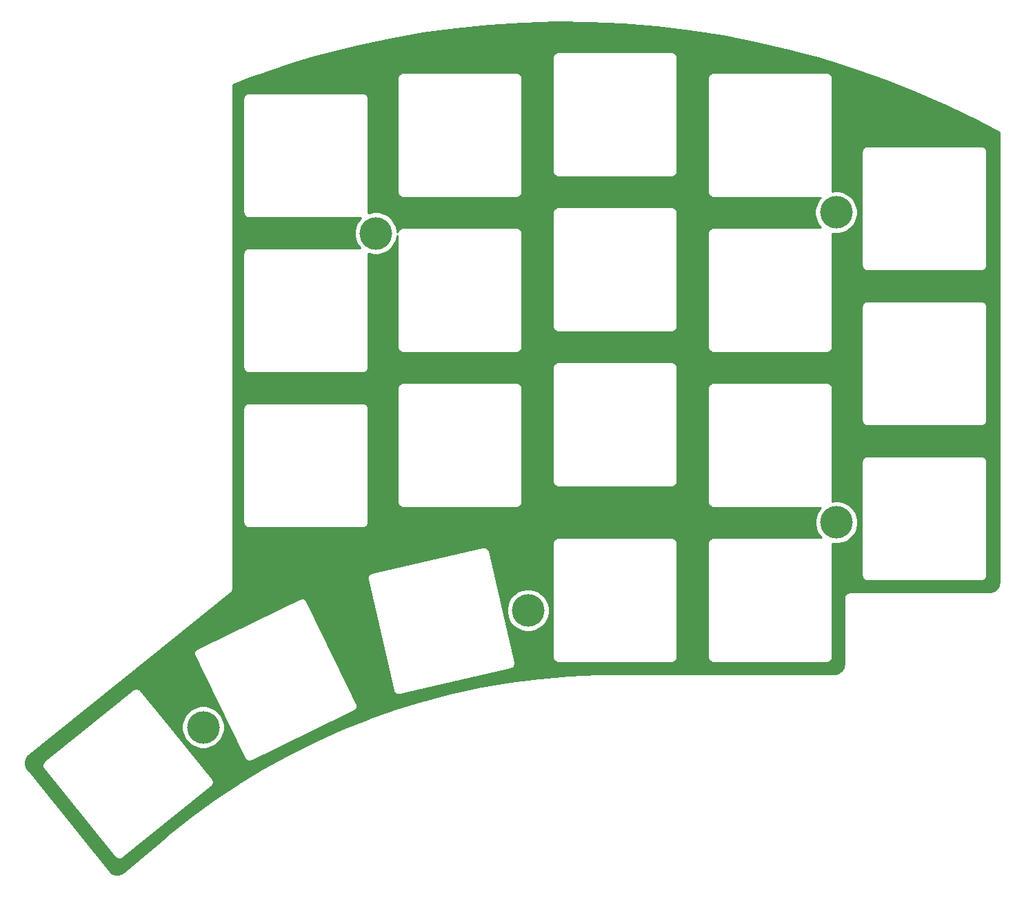
<source format=gbl>
G04 #@! TF.GenerationSoftware,KiCad,Pcbnew,5.1.8*
G04 #@! TF.CreationDate,2020-12-01T11:37:34+01:00*
G04 #@! TF.ProjectId,puggle-plate-top,70756767-6c65-42d7-906c-6174652d746f,rev?*
G04 #@! TF.SameCoordinates,Original*
G04 #@! TF.FileFunction,Copper,L2,Bot*
G04 #@! TF.FilePolarity,Positive*
%FSLAX46Y46*%
G04 Gerber Fmt 4.6, Leading zero omitted, Abs format (unit mm)*
G04 Created by KiCad (PCBNEW 5.1.8) date 2020-12-01 11:37:34*
%MOMM*%
%LPD*%
G01*
G04 APERTURE LIST*
G04 #@! TA.AperFunction,ComponentPad*
%ADD10C,4.000000*%
G04 #@! TD*
G04 #@! TA.AperFunction,NonConductor*
%ADD11C,0.254000*%
G04 #@! TD*
G04 #@! TA.AperFunction,NonConductor*
%ADD12C,0.100000*%
G04 #@! TD*
G04 APERTURE END LIST*
D10*
X147835997Y-105917220D03*
X107950000Y-120284240D03*
X185707280Y-95123000D03*
X185674000Y-57023000D03*
X129146562Y-59578774D03*
D11*
X155386403Y-33685626D02*
X159493263Y-33874634D01*
X163590472Y-34214009D01*
X167672482Y-34703291D01*
X171733814Y-35341824D01*
X175769020Y-36128750D01*
X179772667Y-37063009D01*
X183739423Y-38143358D01*
X187663908Y-39368333D01*
X191540885Y-40736299D01*
X195365092Y-42245396D01*
X199131472Y-43893630D01*
X202835607Y-45679101D01*
X205665001Y-47165077D01*
X205665000Y-102454271D01*
X205638901Y-102720449D01*
X205571684Y-102943084D01*
X205462506Y-103148417D01*
X205315522Y-103328637D01*
X205136333Y-103476876D01*
X204931761Y-103587488D01*
X204709606Y-103656257D01*
X204445655Y-103684000D01*
X187359877Y-103684000D01*
X187325000Y-103680565D01*
X187290123Y-103684000D01*
X187185816Y-103694273D01*
X187051980Y-103734872D01*
X186928637Y-103800800D01*
X186820525Y-103889525D01*
X186731800Y-103997637D01*
X186665872Y-104120980D01*
X186625273Y-104254816D01*
X186611565Y-104394000D01*
X186615001Y-104428887D01*
X186615000Y-112487271D01*
X186588901Y-112753449D01*
X186521684Y-112976084D01*
X186412506Y-113181417D01*
X186265522Y-113361637D01*
X186086333Y-113509876D01*
X185881761Y-113620488D01*
X185659606Y-113689257D01*
X185395655Y-113717000D01*
X156937123Y-113717000D01*
X156929824Y-113717719D01*
X156452785Y-113727556D01*
X156444328Y-113727908D01*
X156435825Y-113728108D01*
X152865016Y-113887186D01*
X152835341Y-113889131D01*
X149274326Y-114197599D01*
X149244758Y-114200785D01*
X145699785Y-114658102D01*
X145670377Y-114662524D01*
X142147663Y-115267888D01*
X142118466Y-115273537D01*
X138624192Y-116025886D01*
X138595257Y-116032753D01*
X138595245Y-116032756D01*
X135135554Y-116930766D01*
X135106932Y-116938839D01*
X131687867Y-117980943D01*
X131659608Y-117990207D01*
X131659593Y-117990213D01*
X128287183Y-119174572D01*
X128259337Y-119185011D01*
X124939464Y-120509560D01*
X124912079Y-120521156D01*
X121650587Y-121983564D01*
X121623712Y-121996297D01*
X121623693Y-121996307D01*
X118426318Y-123594000D01*
X118400000Y-123607847D01*
X118399980Y-123607859D01*
X115272316Y-125338042D01*
X115246601Y-125352979D01*
X115246580Y-125352992D01*
X112194114Y-127212630D01*
X112169047Y-127228630D01*
X109197111Y-129214474D01*
X109172736Y-129231510D01*
X106286566Y-131340064D01*
X106276334Y-131347874D01*
X106262926Y-131358106D01*
X103486274Y-133570777D01*
X103477266Y-133577013D01*
X98251070Y-138011930D01*
X98021917Y-138200158D01*
X97816958Y-138310056D01*
X97594566Y-138378048D01*
X97363200Y-138401550D01*
X97131669Y-138379663D01*
X96908806Y-138313225D01*
X96703090Y-138204763D01*
X96522441Y-138058477D01*
X86533886Y-125568131D01*
X86533880Y-125568121D01*
X86533763Y-125567977D01*
X86511714Y-125540405D01*
X86508470Y-125537077D01*
X86335842Y-125326917D01*
X86225944Y-125121958D01*
X86196785Y-125026580D01*
X88162939Y-125026580D01*
X88188397Y-125159090D01*
X88239217Y-125284088D01*
X88313445Y-125396769D01*
X88337200Y-125420836D01*
X97105601Y-136248912D01*
X97124198Y-136277143D01*
X97147946Y-136301203D01*
X97147947Y-136301205D01*
X97218982Y-136373176D01*
X97330682Y-136448874D01*
X97455004Y-136501326D01*
X97587169Y-136528515D01*
X97722099Y-136529399D01*
X97854609Y-136503941D01*
X97861041Y-136501326D01*
X97979607Y-136453121D01*
X98064053Y-136397492D01*
X98092287Y-136378893D01*
X98116350Y-136355143D01*
X108942459Y-127588335D01*
X108970679Y-127569745D01*
X108994730Y-127546006D01*
X108994743Y-127545996D01*
X109066714Y-127474960D01*
X109142411Y-127363261D01*
X109194863Y-127238939D01*
X109222052Y-127106774D01*
X109222936Y-126971844D01*
X109197478Y-126839334D01*
X109197478Y-126839332D01*
X109168099Y-126767073D01*
X109146659Y-126714336D01*
X109107036Y-126654188D01*
X109091029Y-126629888D01*
X109091027Y-126629885D01*
X109072430Y-126601655D01*
X109048684Y-126577597D01*
X103742265Y-120024715D01*
X105315000Y-120024715D01*
X105315000Y-120543765D01*
X105416261Y-121052841D01*
X105614893Y-121532381D01*
X105903262Y-121963955D01*
X106270285Y-122330978D01*
X106701859Y-122619347D01*
X107181399Y-122817979D01*
X107690475Y-122919240D01*
X108209525Y-122919240D01*
X108718601Y-122817979D01*
X109198141Y-122619347D01*
X109629715Y-122330978D01*
X109996738Y-121963955D01*
X110285107Y-121532381D01*
X110483739Y-121052841D01*
X110585000Y-120543765D01*
X110585000Y-120024715D01*
X110483739Y-119515639D01*
X110285107Y-119036099D01*
X109996738Y-118604525D01*
X109629715Y-118237502D01*
X109198141Y-117949133D01*
X108718601Y-117750501D01*
X108209525Y-117649240D01*
X107690475Y-117649240D01*
X107181399Y-117750501D01*
X106701859Y-117949133D01*
X106270285Y-118237502D01*
X105903262Y-118604525D01*
X105614893Y-119036099D01*
X105416261Y-119515639D01*
X105315000Y-120024715D01*
X103742265Y-120024715D01*
X100280276Y-115749515D01*
X100261677Y-115721281D01*
X100233628Y-115692862D01*
X100166891Y-115625247D01*
X100055192Y-115549550D01*
X99930870Y-115497098D01*
X99798705Y-115469909D01*
X99663776Y-115469025D01*
X99663775Y-115469025D01*
X99531265Y-115494483D01*
X99406267Y-115545302D01*
X99321821Y-115600932D01*
X99293587Y-115619531D01*
X99269524Y-115643281D01*
X88443427Y-124410081D01*
X88415195Y-124428679D01*
X88391134Y-124452428D01*
X88391132Y-124452429D01*
X88319161Y-124523465D01*
X88243464Y-124635164D01*
X88191012Y-124759486D01*
X88163823Y-124891651D01*
X88162939Y-125026580D01*
X86196785Y-125026580D01*
X86157952Y-124899566D01*
X86134450Y-124668200D01*
X86156337Y-124436670D01*
X86222775Y-124213806D01*
X86331239Y-124008087D01*
X86478282Y-123826504D01*
X102074064Y-111260615D01*
X106807614Y-111260615D01*
X106829013Y-111393841D01*
X106875991Y-111520331D01*
X106893720Y-111549121D01*
X113001605Y-124072146D01*
X113013373Y-124103831D01*
X113031096Y-124132611D01*
X113031100Y-124132619D01*
X113084125Y-124218725D01*
X113175934Y-124317610D01*
X113285270Y-124396684D01*
X113341493Y-124422454D01*
X113407933Y-124452907D01*
X113507991Y-124476698D01*
X113539204Y-124484120D01*
X113674045Y-124489123D01*
X113807271Y-124467724D01*
X113933761Y-124420746D01*
X113962551Y-124403017D01*
X126483287Y-118296247D01*
X126514968Y-118284481D01*
X126543746Y-118266759D01*
X126543757Y-118266754D01*
X126629863Y-118213729D01*
X126728747Y-118121920D01*
X126741101Y-118104838D01*
X126807822Y-118012583D01*
X126833788Y-117955932D01*
X126864044Y-117889923D01*
X126895258Y-117758650D01*
X126900261Y-117623809D01*
X126896639Y-117601256D01*
X126878862Y-117490582D01*
X126843655Y-117395786D01*
X126843654Y-117395783D01*
X126831884Y-117364093D01*
X126814158Y-117335309D01*
X120706272Y-104812285D01*
X120694502Y-104780595D01*
X120675311Y-104749430D01*
X120623749Y-104665700D01*
X120531940Y-104566815D01*
X120422604Y-104487741D01*
X120299942Y-104431518D01*
X120168670Y-104400305D01*
X120033830Y-104395302D01*
X120033829Y-104395302D01*
X119900603Y-104416701D01*
X119805807Y-104451908D01*
X119805804Y-104451909D01*
X119774114Y-104463679D01*
X119745328Y-104481406D01*
X107224597Y-110588173D01*
X107192907Y-110599943D01*
X107164121Y-110617669D01*
X107164118Y-110617671D01*
X107078012Y-110670696D01*
X106979127Y-110762505D01*
X106900053Y-110871841D01*
X106843830Y-110994503D01*
X106820859Y-111091113D01*
X106812617Y-111125775D01*
X106807614Y-111260615D01*
X102074064Y-111260615D01*
X111276844Y-103845719D01*
X111279686Y-103844200D01*
X111331230Y-103801899D01*
X111355942Y-103781988D01*
X111358230Y-103779741D01*
X111387798Y-103755475D01*
X111408000Y-103730859D01*
X111430719Y-103708545D01*
X111452256Y-103676933D01*
X111476523Y-103647363D01*
X111491534Y-103619278D01*
X111509464Y-103592961D01*
X111524420Y-103557753D01*
X111542451Y-103524020D01*
X111551695Y-103493548D01*
X111564146Y-103464237D01*
X111571946Y-103426787D01*
X111583050Y-103390184D01*
X111586171Y-103358496D01*
X111592665Y-103327318D01*
X111593009Y-103289064D01*
X111593323Y-103285877D01*
X111593323Y-103254168D01*
X111593923Y-103187465D01*
X111593323Y-103184300D01*
X111593323Y-101977853D01*
X128091685Y-101977853D01*
X128109005Y-102111669D01*
X128119803Y-102143707D01*
X131254078Y-115719746D01*
X131258416Y-115753264D01*
X131269210Y-115785293D01*
X131269213Y-115785304D01*
X131301509Y-115881130D01*
X131368721Y-115998133D01*
X131457467Y-116099776D01*
X131564337Y-116182150D01*
X131685224Y-116242094D01*
X131815483Y-116277301D01*
X131950108Y-116286420D01*
X132050394Y-116273440D01*
X132050396Y-116273440D01*
X132083924Y-116269100D01*
X132115962Y-116258302D01*
X145689513Y-113124603D01*
X145723034Y-113120264D01*
X145755065Y-113109469D01*
X145755073Y-113109467D01*
X145850900Y-113077171D01*
X145967903Y-113009960D01*
X146069545Y-112921213D01*
X146151920Y-112814343D01*
X146211864Y-112693456D01*
X146247071Y-112563197D01*
X146256190Y-112428572D01*
X146256190Y-112428571D01*
X146243210Y-112328285D01*
X146243209Y-112328282D01*
X146238870Y-112294756D01*
X146228074Y-112262723D01*
X144703184Y-105657695D01*
X145200997Y-105657695D01*
X145200997Y-106176745D01*
X145302258Y-106685821D01*
X145500890Y-107165361D01*
X145789259Y-107596935D01*
X146156282Y-107963958D01*
X146587856Y-108252327D01*
X147067396Y-108450959D01*
X147576472Y-108552220D01*
X148095522Y-108552220D01*
X148604598Y-108450959D01*
X149084138Y-108252327D01*
X149515712Y-107963958D01*
X149882735Y-107596935D01*
X150171104Y-107165361D01*
X150369736Y-106685821D01*
X150470997Y-106176745D01*
X150470997Y-105657695D01*
X150369736Y-105148619D01*
X150171104Y-104669079D01*
X149882735Y-104237505D01*
X149515712Y-103870482D01*
X149084138Y-103582113D01*
X148604598Y-103383481D01*
X148095522Y-103282220D01*
X147576472Y-103282220D01*
X147067396Y-103383481D01*
X146587856Y-103582113D01*
X146156282Y-103870482D01*
X145789259Y-104237505D01*
X145500890Y-104669079D01*
X145302258Y-105148619D01*
X145200997Y-105657695D01*
X144703184Y-105657695D01*
X143093800Y-98686689D01*
X143089460Y-98653159D01*
X143046366Y-98525293D01*
X142979155Y-98408291D01*
X142890409Y-98306648D01*
X142783538Y-98224274D01*
X142662652Y-98164330D01*
X142532392Y-98129123D01*
X142397768Y-98120004D01*
X142397767Y-98120004D01*
X142297481Y-98132984D01*
X142297478Y-98132985D01*
X142263952Y-98137324D01*
X142231916Y-98148121D01*
X128658369Y-101281821D01*
X128624841Y-101286161D01*
X128592803Y-101296959D01*
X128592801Y-101296959D01*
X128496974Y-101329255D01*
X128379972Y-101396467D01*
X128278329Y-101485213D01*
X128195955Y-101592083D01*
X128136011Y-101712970D01*
X128100804Y-101843229D01*
X128091685Y-101977853D01*
X111593323Y-101977853D01*
X111593323Y-97663000D01*
X150822686Y-97663000D01*
X150826001Y-97696657D01*
X150826000Y-111629778D01*
X150822686Y-111663425D01*
X150835912Y-111797708D01*
X150875081Y-111926831D01*
X150938688Y-112045832D01*
X151024289Y-112150136D01*
X151128593Y-112235737D01*
X151247594Y-112299344D01*
X151376717Y-112338513D01*
X151511000Y-112351739D01*
X151544647Y-112348425D01*
X165475228Y-112348425D01*
X165508875Y-112351739D01*
X165643158Y-112338513D01*
X165772281Y-112299344D01*
X165891282Y-112235737D01*
X165995586Y-112150136D01*
X166081187Y-112045832D01*
X166144794Y-111926831D01*
X166183963Y-111797708D01*
X166193875Y-111697072D01*
X166193875Y-111697071D01*
X166197189Y-111663425D01*
X166193875Y-111629778D01*
X166193875Y-97696647D01*
X166197189Y-97663000D01*
X166183963Y-97528717D01*
X166144794Y-97399594D01*
X166081187Y-97280593D01*
X165995586Y-97176289D01*
X165891282Y-97090688D01*
X165772281Y-97027081D01*
X165643158Y-96987912D01*
X165542522Y-96978000D01*
X165508875Y-96974686D01*
X165475228Y-96978000D01*
X151544647Y-96978000D01*
X151511000Y-96974686D01*
X151477353Y-96978000D01*
X151376717Y-96987912D01*
X151247594Y-97027081D01*
X151128593Y-97090688D01*
X151024289Y-97176289D01*
X150938688Y-97280593D01*
X150875081Y-97399594D01*
X150835912Y-97528717D01*
X150822686Y-97663000D01*
X111593323Y-97663000D01*
X111593323Y-81121250D01*
X112849686Y-81121250D01*
X112853001Y-81154907D01*
X112853000Y-95088028D01*
X112849686Y-95121675D01*
X112862912Y-95255958D01*
X112902081Y-95385081D01*
X112965688Y-95504082D01*
X113051289Y-95608386D01*
X113155593Y-95693987D01*
X113274594Y-95757594D01*
X113403717Y-95796763D01*
X113538000Y-95809989D01*
X113571647Y-95806675D01*
X127502228Y-95806675D01*
X127535875Y-95809989D01*
X127670158Y-95796763D01*
X127799281Y-95757594D01*
X127918282Y-95693987D01*
X128022586Y-95608386D01*
X128108187Y-95504082D01*
X128171794Y-95385081D01*
X128210963Y-95255958D01*
X128220875Y-95155322D01*
X128220875Y-95155321D01*
X128224189Y-95121675D01*
X128220875Y-95088028D01*
X128220875Y-81154897D01*
X128224189Y-81121250D01*
X128210963Y-80986967D01*
X128171794Y-80857844D01*
X128108187Y-80738843D01*
X128022586Y-80634539D01*
X127918282Y-80548938D01*
X127799281Y-80485331D01*
X127670158Y-80446162D01*
X127569522Y-80436250D01*
X127535875Y-80432936D01*
X127502228Y-80436250D01*
X113571647Y-80436250D01*
X113538000Y-80432936D01*
X113504353Y-80436250D01*
X113403717Y-80446162D01*
X113274594Y-80485331D01*
X113155593Y-80548938D01*
X113051289Y-80634539D01*
X112965688Y-80738843D01*
X112902081Y-80857844D01*
X112862912Y-80986967D01*
X112849686Y-81121250D01*
X111593323Y-81121250D01*
X111593323Y-78613000D01*
X131772686Y-78613000D01*
X131776001Y-78646657D01*
X131776000Y-92579778D01*
X131772686Y-92613425D01*
X131785912Y-92747708D01*
X131825081Y-92876831D01*
X131888688Y-92995832D01*
X131974289Y-93100136D01*
X132078593Y-93185737D01*
X132197594Y-93249344D01*
X132326717Y-93288513D01*
X132461000Y-93301739D01*
X132494647Y-93298425D01*
X146425228Y-93298425D01*
X146458875Y-93301739D01*
X146593158Y-93288513D01*
X146722281Y-93249344D01*
X146841282Y-93185737D01*
X146945586Y-93100136D01*
X147031187Y-92995832D01*
X147094794Y-92876831D01*
X147133963Y-92747708D01*
X147143875Y-92647072D01*
X147143875Y-92647071D01*
X147147189Y-92613425D01*
X147143875Y-92579778D01*
X147143875Y-78646647D01*
X147147189Y-78613000D01*
X147133963Y-78478717D01*
X147094794Y-78349594D01*
X147031187Y-78230593D01*
X146945586Y-78126289D01*
X146841282Y-78040688D01*
X146722281Y-77977081D01*
X146593158Y-77937912D01*
X146492522Y-77928000D01*
X146458875Y-77924686D01*
X146425228Y-77928000D01*
X132494647Y-77928000D01*
X132461000Y-77924686D01*
X132427353Y-77928000D01*
X132326717Y-77937912D01*
X132197594Y-77977081D01*
X132078593Y-78040688D01*
X131974289Y-78126289D01*
X131888688Y-78230593D01*
X131825081Y-78349594D01*
X131785912Y-78478717D01*
X131772686Y-78613000D01*
X111593323Y-78613000D01*
X111593323Y-43021250D01*
X112849686Y-43021250D01*
X112853001Y-43054907D01*
X112853000Y-56988028D01*
X112849686Y-57021675D01*
X112862912Y-57155958D01*
X112902081Y-57285081D01*
X112965688Y-57404082D01*
X113051289Y-57508386D01*
X113155593Y-57593987D01*
X113274594Y-57657594D01*
X113403717Y-57696763D01*
X113538000Y-57709989D01*
X113571647Y-57706675D01*
X127292208Y-57706675D01*
X127099824Y-57899059D01*
X126811455Y-58330633D01*
X126612823Y-58810173D01*
X126511562Y-59319249D01*
X126511562Y-59838299D01*
X126612823Y-60347375D01*
X126811455Y-60826915D01*
X127099824Y-61258489D01*
X127227585Y-61386250D01*
X113571647Y-61386250D01*
X113538000Y-61382936D01*
X113504353Y-61386250D01*
X113403717Y-61396162D01*
X113274594Y-61435331D01*
X113155593Y-61498938D01*
X113051289Y-61584539D01*
X112965688Y-61688843D01*
X112902081Y-61807844D01*
X112862912Y-61936967D01*
X112849686Y-62071250D01*
X112853001Y-62104907D01*
X112853000Y-76038028D01*
X112849686Y-76071675D01*
X112862912Y-76205958D01*
X112902081Y-76335081D01*
X112965688Y-76454082D01*
X113051289Y-76558386D01*
X113155593Y-76643987D01*
X113274594Y-76707594D01*
X113403717Y-76746763D01*
X113538000Y-76759989D01*
X113571647Y-76756675D01*
X127502228Y-76756675D01*
X127535875Y-76759989D01*
X127670158Y-76746763D01*
X127799281Y-76707594D01*
X127918282Y-76643987D01*
X128022586Y-76558386D01*
X128108187Y-76454082D01*
X128171794Y-76335081D01*
X128210963Y-76205958D01*
X128220875Y-76105322D01*
X128220875Y-76105321D01*
X128224058Y-76073000D01*
X150822686Y-76073000D01*
X150826001Y-76106657D01*
X150826000Y-90039778D01*
X150822686Y-90073425D01*
X150835912Y-90207708D01*
X150875081Y-90336831D01*
X150938688Y-90455832D01*
X151024289Y-90560136D01*
X151128593Y-90645737D01*
X151247594Y-90709344D01*
X151376717Y-90748513D01*
X151511000Y-90761739D01*
X151544647Y-90758425D01*
X165475228Y-90758425D01*
X165508875Y-90761739D01*
X165643158Y-90748513D01*
X165772281Y-90709344D01*
X165891282Y-90645737D01*
X165995586Y-90560136D01*
X166081187Y-90455832D01*
X166144794Y-90336831D01*
X166183963Y-90207708D01*
X166193875Y-90107072D01*
X166193875Y-90107071D01*
X166197189Y-90073425D01*
X166193875Y-90039778D01*
X166193875Y-78613000D01*
X169872686Y-78613000D01*
X169876001Y-78646657D01*
X169876000Y-92579778D01*
X169872686Y-92613425D01*
X169885912Y-92747708D01*
X169925081Y-92876831D01*
X169988688Y-92995832D01*
X170074289Y-93100136D01*
X170178593Y-93185737D01*
X170297594Y-93249344D01*
X170426717Y-93288513D01*
X170561000Y-93301739D01*
X170594647Y-93298425D01*
X183805402Y-93298425D01*
X183660542Y-93443285D01*
X183372173Y-93874859D01*
X183173541Y-94354399D01*
X183072280Y-94863475D01*
X183072280Y-95382525D01*
X183173541Y-95891601D01*
X183372173Y-96371141D01*
X183660542Y-96802715D01*
X183835827Y-96978000D01*
X170594647Y-96978000D01*
X170561000Y-96974686D01*
X170527353Y-96978000D01*
X170426717Y-96987912D01*
X170297594Y-97027081D01*
X170178593Y-97090688D01*
X170074289Y-97176289D01*
X169988688Y-97280593D01*
X169925081Y-97399594D01*
X169885912Y-97528717D01*
X169872686Y-97663000D01*
X169876001Y-97696657D01*
X169876000Y-111629778D01*
X169872686Y-111663425D01*
X169885912Y-111797708D01*
X169925081Y-111926831D01*
X169988688Y-112045832D01*
X170074289Y-112150136D01*
X170178593Y-112235737D01*
X170297594Y-112299344D01*
X170426717Y-112338513D01*
X170561000Y-112351739D01*
X170594647Y-112348425D01*
X184525228Y-112348425D01*
X184558875Y-112351739D01*
X184693158Y-112338513D01*
X184822281Y-112299344D01*
X184941282Y-112235737D01*
X185045586Y-112150136D01*
X185131187Y-112045832D01*
X185194794Y-111926831D01*
X185233963Y-111797708D01*
X185243875Y-111697072D01*
X185243875Y-111697071D01*
X185247189Y-111663425D01*
X185243875Y-111629778D01*
X185243875Y-97717446D01*
X185447755Y-97758000D01*
X185966805Y-97758000D01*
X186475881Y-97656739D01*
X186955421Y-97458107D01*
X187386995Y-97169738D01*
X187754018Y-96802715D01*
X188042387Y-96371141D01*
X188241019Y-95891601D01*
X188342280Y-95382525D01*
X188342280Y-94863475D01*
X188241019Y-94354399D01*
X188042387Y-93874859D01*
X187754018Y-93443285D01*
X187386995Y-93076262D01*
X186955421Y-92787893D01*
X186475881Y-92589261D01*
X185966805Y-92488000D01*
X185447755Y-92488000D01*
X185243875Y-92528554D01*
X185243875Y-87630000D01*
X188795686Y-87630000D01*
X188799001Y-87663657D01*
X188799000Y-101596778D01*
X188795686Y-101630425D01*
X188808912Y-101764708D01*
X188848081Y-101893831D01*
X188911688Y-102012832D01*
X188997289Y-102117136D01*
X189101593Y-102202737D01*
X189220594Y-102266344D01*
X189349717Y-102305513D01*
X189484000Y-102318739D01*
X189517647Y-102315425D01*
X203448228Y-102315425D01*
X203481875Y-102318739D01*
X203616158Y-102305513D01*
X203745281Y-102266344D01*
X203864282Y-102202737D01*
X203968586Y-102117136D01*
X204054187Y-102012832D01*
X204117794Y-101893831D01*
X204156963Y-101764708D01*
X204166875Y-101664072D01*
X204166875Y-101664071D01*
X204170189Y-101630425D01*
X204166875Y-101596778D01*
X204166875Y-87663647D01*
X204170189Y-87630000D01*
X204156963Y-87495717D01*
X204117794Y-87366594D01*
X204054187Y-87247593D01*
X203968586Y-87143289D01*
X203864282Y-87057688D01*
X203745281Y-86994081D01*
X203616158Y-86954912D01*
X203515522Y-86945000D01*
X203481875Y-86941686D01*
X203448228Y-86945000D01*
X189517647Y-86945000D01*
X189484000Y-86941686D01*
X189450353Y-86945000D01*
X189349717Y-86954912D01*
X189220594Y-86994081D01*
X189101593Y-87057688D01*
X188997289Y-87143289D01*
X188911688Y-87247593D01*
X188848081Y-87366594D01*
X188808912Y-87495717D01*
X188795686Y-87630000D01*
X185243875Y-87630000D01*
X185243875Y-78646647D01*
X185247189Y-78613000D01*
X185233963Y-78478717D01*
X185194794Y-78349594D01*
X185131187Y-78230593D01*
X185045586Y-78126289D01*
X184941282Y-78040688D01*
X184822281Y-77977081D01*
X184693158Y-77937912D01*
X184592522Y-77928000D01*
X184558875Y-77924686D01*
X184525228Y-77928000D01*
X170594647Y-77928000D01*
X170561000Y-77924686D01*
X170527353Y-77928000D01*
X170426717Y-77937912D01*
X170297594Y-77977081D01*
X170178593Y-78040688D01*
X170074289Y-78126289D01*
X169988688Y-78230593D01*
X169925081Y-78349594D01*
X169885912Y-78478717D01*
X169872686Y-78613000D01*
X166193875Y-78613000D01*
X166193875Y-76106647D01*
X166197189Y-76073000D01*
X166183963Y-75938717D01*
X166144794Y-75809594D01*
X166081187Y-75690593D01*
X165995586Y-75586289D01*
X165891282Y-75500688D01*
X165772281Y-75437081D01*
X165643158Y-75397912D01*
X165542522Y-75388000D01*
X165508875Y-75384686D01*
X165475228Y-75388000D01*
X151544647Y-75388000D01*
X151511000Y-75384686D01*
X151477353Y-75388000D01*
X151376717Y-75397912D01*
X151247594Y-75437081D01*
X151128593Y-75500688D01*
X151024289Y-75586289D01*
X150938688Y-75690593D01*
X150875081Y-75809594D01*
X150835912Y-75938717D01*
X150822686Y-76073000D01*
X128224058Y-76073000D01*
X128224189Y-76071675D01*
X128220875Y-76038028D01*
X128220875Y-62104897D01*
X128224189Y-62071250D01*
X128221886Y-62047864D01*
X128377961Y-62112513D01*
X128887037Y-62213774D01*
X129406087Y-62213774D01*
X129915163Y-62112513D01*
X130394703Y-61913881D01*
X130826277Y-61625512D01*
X131193300Y-61258489D01*
X131481669Y-60826915D01*
X131680301Y-60347375D01*
X131776001Y-59866256D01*
X131776000Y-73529778D01*
X131772686Y-73563425D01*
X131785912Y-73697708D01*
X131825081Y-73826831D01*
X131888688Y-73945832D01*
X131974289Y-74050136D01*
X132078593Y-74135737D01*
X132197594Y-74199344D01*
X132326717Y-74238513D01*
X132461000Y-74251739D01*
X132494647Y-74248425D01*
X146425228Y-74248425D01*
X146458875Y-74251739D01*
X146593158Y-74238513D01*
X146722281Y-74199344D01*
X146841282Y-74135737D01*
X146945586Y-74050136D01*
X147031187Y-73945832D01*
X147094794Y-73826831D01*
X147133963Y-73697708D01*
X147143875Y-73597072D01*
X147143875Y-73597071D01*
X147147189Y-73563425D01*
X147143875Y-73529778D01*
X147143875Y-59596647D01*
X147147189Y-59563000D01*
X147133963Y-59428717D01*
X147094794Y-59299594D01*
X147031187Y-59180593D01*
X146945586Y-59076289D01*
X146841282Y-58990688D01*
X146722281Y-58927081D01*
X146593158Y-58887912D01*
X146492522Y-58878000D01*
X146458875Y-58874686D01*
X146425228Y-58878000D01*
X132494647Y-58878000D01*
X132461000Y-58874686D01*
X132427353Y-58878000D01*
X132326717Y-58887912D01*
X132197594Y-58927081D01*
X132078593Y-58990688D01*
X131974289Y-59076289D01*
X131888688Y-59180593D01*
X131825081Y-59299594D01*
X131785912Y-59428717D01*
X131781562Y-59472882D01*
X131781562Y-59319249D01*
X131680301Y-58810173D01*
X131481669Y-58330633D01*
X131193300Y-57899059D01*
X130826277Y-57532036D01*
X130394703Y-57243667D01*
X129915163Y-57045035D01*
X129804386Y-57023000D01*
X150822686Y-57023000D01*
X150826001Y-57056657D01*
X150826000Y-70989778D01*
X150822686Y-71023425D01*
X150835912Y-71157708D01*
X150875081Y-71286831D01*
X150938688Y-71405832D01*
X151024289Y-71510136D01*
X151128593Y-71595737D01*
X151247594Y-71659344D01*
X151376717Y-71698513D01*
X151511000Y-71711739D01*
X151544647Y-71708425D01*
X165475228Y-71708425D01*
X165508875Y-71711739D01*
X165643158Y-71698513D01*
X165772281Y-71659344D01*
X165891282Y-71595737D01*
X165995586Y-71510136D01*
X166081187Y-71405832D01*
X166144794Y-71286831D01*
X166183963Y-71157708D01*
X166193875Y-71057072D01*
X166193875Y-71057071D01*
X166197189Y-71023425D01*
X166193875Y-70989778D01*
X166193875Y-57056647D01*
X166197189Y-57023000D01*
X166183963Y-56888717D01*
X166144794Y-56759594D01*
X166081187Y-56640593D01*
X165995586Y-56536289D01*
X165891282Y-56450688D01*
X165772281Y-56387081D01*
X165643158Y-56347912D01*
X165542522Y-56338000D01*
X165508875Y-56334686D01*
X165475228Y-56338000D01*
X151544647Y-56338000D01*
X151511000Y-56334686D01*
X151477353Y-56338000D01*
X151376717Y-56347912D01*
X151247594Y-56387081D01*
X151128593Y-56450688D01*
X151024289Y-56536289D01*
X150938688Y-56640593D01*
X150875081Y-56759594D01*
X150835912Y-56888717D01*
X150822686Y-57023000D01*
X129804386Y-57023000D01*
X129406087Y-56943774D01*
X128887037Y-56943774D01*
X128377961Y-57045035D01*
X128215250Y-57112432D01*
X128220875Y-57055322D01*
X128220875Y-57055321D01*
X128224189Y-57021675D01*
X128220875Y-56988028D01*
X128220875Y-43054897D01*
X128224189Y-43021250D01*
X128210963Y-42886967D01*
X128171794Y-42757844D01*
X128108187Y-42638843D01*
X128022586Y-42534539D01*
X127918282Y-42448938D01*
X127799281Y-42385331D01*
X127670158Y-42346162D01*
X127569522Y-42336250D01*
X127535875Y-42332936D01*
X127502228Y-42336250D01*
X113571647Y-42336250D01*
X113538000Y-42332936D01*
X113504353Y-42336250D01*
X113403717Y-42346162D01*
X113274594Y-42385331D01*
X113155593Y-42448938D01*
X113051289Y-42534539D01*
X112965688Y-42638843D01*
X112902081Y-42757844D01*
X112862912Y-42886967D01*
X112849686Y-43021250D01*
X111593323Y-43021250D01*
X111593323Y-41291126D01*
X113678402Y-40513000D01*
X131772686Y-40513000D01*
X131776001Y-40546657D01*
X131776000Y-54479778D01*
X131772686Y-54513425D01*
X131785912Y-54647708D01*
X131825081Y-54776831D01*
X131888688Y-54895832D01*
X131974289Y-55000136D01*
X132078593Y-55085737D01*
X132197594Y-55149344D01*
X132326717Y-55188513D01*
X132461000Y-55201739D01*
X132494647Y-55198425D01*
X146425228Y-55198425D01*
X146458875Y-55201739D01*
X146593158Y-55188513D01*
X146722281Y-55149344D01*
X146841282Y-55085737D01*
X146945586Y-55000136D01*
X147031187Y-54895832D01*
X147094794Y-54776831D01*
X147133963Y-54647708D01*
X147143875Y-54547072D01*
X147143875Y-54547071D01*
X147147189Y-54513425D01*
X147143875Y-54479778D01*
X147143875Y-40546647D01*
X147147189Y-40513000D01*
X147133963Y-40378717D01*
X147094794Y-40249594D01*
X147031187Y-40130593D01*
X146945586Y-40026289D01*
X146841282Y-39940688D01*
X146722281Y-39877081D01*
X146593158Y-39837912D01*
X146492522Y-39828000D01*
X146458875Y-39824686D01*
X146425228Y-39828000D01*
X132494647Y-39828000D01*
X132461000Y-39824686D01*
X132427353Y-39828000D01*
X132326717Y-39837912D01*
X132197594Y-39877081D01*
X132078593Y-39940688D01*
X131974289Y-40026289D01*
X131888688Y-40130593D01*
X131825081Y-40249594D01*
X131785912Y-40378717D01*
X131772686Y-40513000D01*
X113678402Y-40513000D01*
X114995491Y-40021479D01*
X118897354Y-38726151D01*
X121478791Y-37973000D01*
X150822686Y-37973000D01*
X150826001Y-38006657D01*
X150826000Y-51939778D01*
X150822686Y-51973425D01*
X150835912Y-52107708D01*
X150875081Y-52236831D01*
X150938688Y-52355832D01*
X151024289Y-52460136D01*
X151128593Y-52545737D01*
X151247594Y-52609344D01*
X151376717Y-52648513D01*
X151511000Y-52661739D01*
X151544647Y-52658425D01*
X165475228Y-52658425D01*
X165508875Y-52661739D01*
X165643158Y-52648513D01*
X165772281Y-52609344D01*
X165891282Y-52545737D01*
X165995586Y-52460136D01*
X166081187Y-52355832D01*
X166144794Y-52236831D01*
X166183963Y-52107708D01*
X166193875Y-52007072D01*
X166193875Y-52007071D01*
X166197189Y-51973425D01*
X166193875Y-51939778D01*
X166193875Y-40513000D01*
X169872686Y-40513000D01*
X169876001Y-40546657D01*
X169876000Y-54479778D01*
X169872686Y-54513425D01*
X169885912Y-54647708D01*
X169925081Y-54776831D01*
X169988688Y-54895832D01*
X170074289Y-55000136D01*
X170178593Y-55085737D01*
X170297594Y-55149344D01*
X170426717Y-55188513D01*
X170561000Y-55201739D01*
X170594647Y-55198425D01*
X183772122Y-55198425D01*
X183627262Y-55343285D01*
X183338893Y-55774859D01*
X183140261Y-56254399D01*
X183039000Y-56763475D01*
X183039000Y-57282525D01*
X183140261Y-57791601D01*
X183338893Y-58271141D01*
X183627262Y-58702715D01*
X183802547Y-58878000D01*
X170594647Y-58878000D01*
X170561000Y-58874686D01*
X170527353Y-58878000D01*
X170426717Y-58887912D01*
X170297594Y-58927081D01*
X170178593Y-58990688D01*
X170074289Y-59076289D01*
X169988688Y-59180593D01*
X169925081Y-59299594D01*
X169885912Y-59428717D01*
X169872686Y-59563000D01*
X169876001Y-59596657D01*
X169876000Y-73529778D01*
X169872686Y-73563425D01*
X169885912Y-73697708D01*
X169925081Y-73826831D01*
X169988688Y-73945832D01*
X170074289Y-74050136D01*
X170178593Y-74135737D01*
X170297594Y-74199344D01*
X170426717Y-74238513D01*
X170561000Y-74251739D01*
X170594647Y-74248425D01*
X184525228Y-74248425D01*
X184558875Y-74251739D01*
X184693158Y-74238513D01*
X184822281Y-74199344D01*
X184941282Y-74135737D01*
X185045586Y-74050136D01*
X185131187Y-73945832D01*
X185194794Y-73826831D01*
X185233963Y-73697708D01*
X185243875Y-73597072D01*
X185243875Y-73597071D01*
X185247189Y-73563425D01*
X185243875Y-73529778D01*
X185243875Y-68580000D01*
X188795686Y-68580000D01*
X188799001Y-68613657D01*
X188799000Y-82546778D01*
X188795686Y-82580425D01*
X188808912Y-82714708D01*
X188848081Y-82843831D01*
X188911688Y-82962832D01*
X188997289Y-83067136D01*
X189101593Y-83152737D01*
X189220594Y-83216344D01*
X189349717Y-83255513D01*
X189484000Y-83268739D01*
X189517647Y-83265425D01*
X203448228Y-83265425D01*
X203481875Y-83268739D01*
X203616158Y-83255513D01*
X203745281Y-83216344D01*
X203864282Y-83152737D01*
X203968586Y-83067136D01*
X204054187Y-82962832D01*
X204117794Y-82843831D01*
X204156963Y-82714708D01*
X204166875Y-82614072D01*
X204166875Y-82614071D01*
X204170189Y-82580425D01*
X204166875Y-82546778D01*
X204166875Y-68613647D01*
X204170189Y-68580000D01*
X204156963Y-68445717D01*
X204117794Y-68316594D01*
X204054187Y-68197593D01*
X203968586Y-68093289D01*
X203864282Y-68007688D01*
X203745281Y-67944081D01*
X203616158Y-67904912D01*
X203515522Y-67895000D01*
X203481875Y-67891686D01*
X203448228Y-67895000D01*
X189517647Y-67895000D01*
X189484000Y-67891686D01*
X189450353Y-67895000D01*
X189349717Y-67904912D01*
X189220594Y-67944081D01*
X189101593Y-68007688D01*
X188997289Y-68093289D01*
X188911688Y-68197593D01*
X188848081Y-68316594D01*
X188808912Y-68445717D01*
X188795686Y-68580000D01*
X185243875Y-68580000D01*
X185243875Y-59624066D01*
X185414475Y-59658000D01*
X185933525Y-59658000D01*
X186442601Y-59556739D01*
X186922141Y-59358107D01*
X187353715Y-59069738D01*
X187720738Y-58702715D01*
X188009107Y-58271141D01*
X188207739Y-57791601D01*
X188309000Y-57282525D01*
X188309000Y-56763475D01*
X188207739Y-56254399D01*
X188009107Y-55774859D01*
X187720738Y-55343285D01*
X187353715Y-54976262D01*
X186922141Y-54687893D01*
X186442601Y-54489261D01*
X185933525Y-54388000D01*
X185414475Y-54388000D01*
X185243875Y-54421934D01*
X185243875Y-49530000D01*
X188795686Y-49530000D01*
X188799001Y-49563657D01*
X188799000Y-63496778D01*
X188795686Y-63530425D01*
X188808912Y-63664708D01*
X188848081Y-63793831D01*
X188911688Y-63912832D01*
X188997289Y-64017136D01*
X189101593Y-64102737D01*
X189220594Y-64166344D01*
X189349717Y-64205513D01*
X189484000Y-64218739D01*
X189517647Y-64215425D01*
X203448228Y-64215425D01*
X203481875Y-64218739D01*
X203616158Y-64205513D01*
X203745281Y-64166344D01*
X203864282Y-64102737D01*
X203968586Y-64017136D01*
X204054187Y-63912832D01*
X204117794Y-63793831D01*
X204156963Y-63664708D01*
X204166875Y-63564072D01*
X204166875Y-63564071D01*
X204170189Y-63530425D01*
X204166875Y-63496778D01*
X204166875Y-49563647D01*
X204170189Y-49530000D01*
X204156963Y-49395717D01*
X204117794Y-49266594D01*
X204054187Y-49147593D01*
X203968586Y-49043289D01*
X203864282Y-48957688D01*
X203745281Y-48894081D01*
X203616158Y-48854912D01*
X203515522Y-48845000D01*
X203481875Y-48841686D01*
X203448228Y-48845000D01*
X189517647Y-48845000D01*
X189484000Y-48841686D01*
X189450353Y-48845000D01*
X189349717Y-48854912D01*
X189220594Y-48894081D01*
X189101593Y-48957688D01*
X188997289Y-49043289D01*
X188911688Y-49147593D01*
X188848081Y-49266594D01*
X188808912Y-49395717D01*
X188795686Y-49530000D01*
X185243875Y-49530000D01*
X185243875Y-40546647D01*
X185247189Y-40513000D01*
X185233963Y-40378717D01*
X185194794Y-40249594D01*
X185131187Y-40130593D01*
X185045586Y-40026289D01*
X184941282Y-39940688D01*
X184822281Y-39877081D01*
X184693158Y-39837912D01*
X184592522Y-39828000D01*
X184558875Y-39824686D01*
X184525228Y-39828000D01*
X170594647Y-39828000D01*
X170561000Y-39824686D01*
X170527353Y-39828000D01*
X170426717Y-39837912D01*
X170297594Y-39877081D01*
X170178593Y-39940688D01*
X170074289Y-40026289D01*
X169988688Y-40130593D01*
X169925081Y-40249594D01*
X169885912Y-40378717D01*
X169872686Y-40513000D01*
X166193875Y-40513000D01*
X166193875Y-38006647D01*
X166197189Y-37973000D01*
X166183963Y-37838717D01*
X166144794Y-37709594D01*
X166081187Y-37590593D01*
X165995586Y-37486289D01*
X165891282Y-37400688D01*
X165772281Y-37337081D01*
X165643158Y-37297912D01*
X165542522Y-37288000D01*
X165508875Y-37284686D01*
X165475228Y-37288000D01*
X151544647Y-37288000D01*
X151511000Y-37284686D01*
X151477353Y-37288000D01*
X151376717Y-37297912D01*
X151247594Y-37337081D01*
X151128593Y-37400688D01*
X151024289Y-37486289D01*
X150938688Y-37590593D01*
X150875081Y-37709594D01*
X150835912Y-37838717D01*
X150822686Y-37973000D01*
X121478791Y-37973000D01*
X122844020Y-37574686D01*
X126830251Y-36568608D01*
X130850653Y-35709280D01*
X134899877Y-34997846D01*
X138972408Y-34435274D01*
X143062840Y-34022310D01*
X147165665Y-33759512D01*
X151275347Y-33647234D01*
X155386403Y-33685626D01*
G04 #@! TA.AperFunction,NonConductor*
D12*
G36*
X155386403Y-33685626D02*
G01*
X159493263Y-33874634D01*
X163590472Y-34214009D01*
X167672482Y-34703291D01*
X171733814Y-35341824D01*
X175769020Y-36128750D01*
X179772667Y-37063009D01*
X183739423Y-38143358D01*
X187663908Y-39368333D01*
X191540885Y-40736299D01*
X195365092Y-42245396D01*
X199131472Y-43893630D01*
X202835607Y-45679101D01*
X205665001Y-47165077D01*
X205665000Y-102454271D01*
X205638901Y-102720449D01*
X205571684Y-102943084D01*
X205462506Y-103148417D01*
X205315522Y-103328637D01*
X205136333Y-103476876D01*
X204931761Y-103587488D01*
X204709606Y-103656257D01*
X204445655Y-103684000D01*
X187359877Y-103684000D01*
X187325000Y-103680565D01*
X187290123Y-103684000D01*
X187185816Y-103694273D01*
X187051980Y-103734872D01*
X186928637Y-103800800D01*
X186820525Y-103889525D01*
X186731800Y-103997637D01*
X186665872Y-104120980D01*
X186625273Y-104254816D01*
X186611565Y-104394000D01*
X186615001Y-104428887D01*
X186615000Y-112487271D01*
X186588901Y-112753449D01*
X186521684Y-112976084D01*
X186412506Y-113181417D01*
X186265522Y-113361637D01*
X186086333Y-113509876D01*
X185881761Y-113620488D01*
X185659606Y-113689257D01*
X185395655Y-113717000D01*
X156937123Y-113717000D01*
X156929824Y-113717719D01*
X156452785Y-113727556D01*
X156444328Y-113727908D01*
X156435825Y-113728108D01*
X152865016Y-113887186D01*
X152835341Y-113889131D01*
X149274326Y-114197599D01*
X149244758Y-114200785D01*
X145699785Y-114658102D01*
X145670377Y-114662524D01*
X142147663Y-115267888D01*
X142118466Y-115273537D01*
X138624192Y-116025886D01*
X138595257Y-116032753D01*
X138595245Y-116032756D01*
X135135554Y-116930766D01*
X135106932Y-116938839D01*
X131687867Y-117980943D01*
X131659608Y-117990207D01*
X131659593Y-117990213D01*
X128287183Y-119174572D01*
X128259337Y-119185011D01*
X124939464Y-120509560D01*
X124912079Y-120521156D01*
X121650587Y-121983564D01*
X121623712Y-121996297D01*
X121623693Y-121996307D01*
X118426318Y-123594000D01*
X118400000Y-123607847D01*
X118399980Y-123607859D01*
X115272316Y-125338042D01*
X115246601Y-125352979D01*
X115246580Y-125352992D01*
X112194114Y-127212630D01*
X112169047Y-127228630D01*
X109197111Y-129214474D01*
X109172736Y-129231510D01*
X106286566Y-131340064D01*
X106276334Y-131347874D01*
X106262926Y-131358106D01*
X103486274Y-133570777D01*
X103477266Y-133577013D01*
X98251070Y-138011930D01*
X98021917Y-138200158D01*
X97816958Y-138310056D01*
X97594566Y-138378048D01*
X97363200Y-138401550D01*
X97131669Y-138379663D01*
X96908806Y-138313225D01*
X96703090Y-138204763D01*
X96522441Y-138058477D01*
X86533886Y-125568131D01*
X86533880Y-125568121D01*
X86533763Y-125567977D01*
X86511714Y-125540405D01*
X86508470Y-125537077D01*
X86335842Y-125326917D01*
X86225944Y-125121958D01*
X86196785Y-125026580D01*
X88162939Y-125026580D01*
X88188397Y-125159090D01*
X88239217Y-125284088D01*
X88313445Y-125396769D01*
X88337200Y-125420836D01*
X97105601Y-136248912D01*
X97124198Y-136277143D01*
X97147946Y-136301203D01*
X97147947Y-136301205D01*
X97218982Y-136373176D01*
X97330682Y-136448874D01*
X97455004Y-136501326D01*
X97587169Y-136528515D01*
X97722099Y-136529399D01*
X97854609Y-136503941D01*
X97861041Y-136501326D01*
X97979607Y-136453121D01*
X98064053Y-136397492D01*
X98092287Y-136378893D01*
X98116350Y-136355143D01*
X108942459Y-127588335D01*
X108970679Y-127569745D01*
X108994730Y-127546006D01*
X108994743Y-127545996D01*
X109066714Y-127474960D01*
X109142411Y-127363261D01*
X109194863Y-127238939D01*
X109222052Y-127106774D01*
X109222936Y-126971844D01*
X109197478Y-126839334D01*
X109197478Y-126839332D01*
X109168099Y-126767073D01*
X109146659Y-126714336D01*
X109107036Y-126654188D01*
X109091029Y-126629888D01*
X109091027Y-126629885D01*
X109072430Y-126601655D01*
X109048684Y-126577597D01*
X103742265Y-120024715D01*
X105315000Y-120024715D01*
X105315000Y-120543765D01*
X105416261Y-121052841D01*
X105614893Y-121532381D01*
X105903262Y-121963955D01*
X106270285Y-122330978D01*
X106701859Y-122619347D01*
X107181399Y-122817979D01*
X107690475Y-122919240D01*
X108209525Y-122919240D01*
X108718601Y-122817979D01*
X109198141Y-122619347D01*
X109629715Y-122330978D01*
X109996738Y-121963955D01*
X110285107Y-121532381D01*
X110483739Y-121052841D01*
X110585000Y-120543765D01*
X110585000Y-120024715D01*
X110483739Y-119515639D01*
X110285107Y-119036099D01*
X109996738Y-118604525D01*
X109629715Y-118237502D01*
X109198141Y-117949133D01*
X108718601Y-117750501D01*
X108209525Y-117649240D01*
X107690475Y-117649240D01*
X107181399Y-117750501D01*
X106701859Y-117949133D01*
X106270285Y-118237502D01*
X105903262Y-118604525D01*
X105614893Y-119036099D01*
X105416261Y-119515639D01*
X105315000Y-120024715D01*
X103742265Y-120024715D01*
X100280276Y-115749515D01*
X100261677Y-115721281D01*
X100233628Y-115692862D01*
X100166891Y-115625247D01*
X100055192Y-115549550D01*
X99930870Y-115497098D01*
X99798705Y-115469909D01*
X99663776Y-115469025D01*
X99663775Y-115469025D01*
X99531265Y-115494483D01*
X99406267Y-115545302D01*
X99321821Y-115600932D01*
X99293587Y-115619531D01*
X99269524Y-115643281D01*
X88443427Y-124410081D01*
X88415195Y-124428679D01*
X88391134Y-124452428D01*
X88391132Y-124452429D01*
X88319161Y-124523465D01*
X88243464Y-124635164D01*
X88191012Y-124759486D01*
X88163823Y-124891651D01*
X88162939Y-125026580D01*
X86196785Y-125026580D01*
X86157952Y-124899566D01*
X86134450Y-124668200D01*
X86156337Y-124436670D01*
X86222775Y-124213806D01*
X86331239Y-124008087D01*
X86478282Y-123826504D01*
X102074064Y-111260615D01*
X106807614Y-111260615D01*
X106829013Y-111393841D01*
X106875991Y-111520331D01*
X106893720Y-111549121D01*
X113001605Y-124072146D01*
X113013373Y-124103831D01*
X113031096Y-124132611D01*
X113031100Y-124132619D01*
X113084125Y-124218725D01*
X113175934Y-124317610D01*
X113285270Y-124396684D01*
X113341493Y-124422454D01*
X113407933Y-124452907D01*
X113507991Y-124476698D01*
X113539204Y-124484120D01*
X113674045Y-124489123D01*
X113807271Y-124467724D01*
X113933761Y-124420746D01*
X113962551Y-124403017D01*
X126483287Y-118296247D01*
X126514968Y-118284481D01*
X126543746Y-118266759D01*
X126543757Y-118266754D01*
X126629863Y-118213729D01*
X126728747Y-118121920D01*
X126741101Y-118104838D01*
X126807822Y-118012583D01*
X126833788Y-117955932D01*
X126864044Y-117889923D01*
X126895258Y-117758650D01*
X126900261Y-117623809D01*
X126896639Y-117601256D01*
X126878862Y-117490582D01*
X126843655Y-117395786D01*
X126843654Y-117395783D01*
X126831884Y-117364093D01*
X126814158Y-117335309D01*
X120706272Y-104812285D01*
X120694502Y-104780595D01*
X120675311Y-104749430D01*
X120623749Y-104665700D01*
X120531940Y-104566815D01*
X120422604Y-104487741D01*
X120299942Y-104431518D01*
X120168670Y-104400305D01*
X120033830Y-104395302D01*
X120033829Y-104395302D01*
X119900603Y-104416701D01*
X119805807Y-104451908D01*
X119805804Y-104451909D01*
X119774114Y-104463679D01*
X119745328Y-104481406D01*
X107224597Y-110588173D01*
X107192907Y-110599943D01*
X107164121Y-110617669D01*
X107164118Y-110617671D01*
X107078012Y-110670696D01*
X106979127Y-110762505D01*
X106900053Y-110871841D01*
X106843830Y-110994503D01*
X106820859Y-111091113D01*
X106812617Y-111125775D01*
X106807614Y-111260615D01*
X102074064Y-111260615D01*
X111276844Y-103845719D01*
X111279686Y-103844200D01*
X111331230Y-103801899D01*
X111355942Y-103781988D01*
X111358230Y-103779741D01*
X111387798Y-103755475D01*
X111408000Y-103730859D01*
X111430719Y-103708545D01*
X111452256Y-103676933D01*
X111476523Y-103647363D01*
X111491534Y-103619278D01*
X111509464Y-103592961D01*
X111524420Y-103557753D01*
X111542451Y-103524020D01*
X111551695Y-103493548D01*
X111564146Y-103464237D01*
X111571946Y-103426787D01*
X111583050Y-103390184D01*
X111586171Y-103358496D01*
X111592665Y-103327318D01*
X111593009Y-103289064D01*
X111593323Y-103285877D01*
X111593323Y-103254168D01*
X111593923Y-103187465D01*
X111593323Y-103184300D01*
X111593323Y-101977853D01*
X128091685Y-101977853D01*
X128109005Y-102111669D01*
X128119803Y-102143707D01*
X131254078Y-115719746D01*
X131258416Y-115753264D01*
X131269210Y-115785293D01*
X131269213Y-115785304D01*
X131301509Y-115881130D01*
X131368721Y-115998133D01*
X131457467Y-116099776D01*
X131564337Y-116182150D01*
X131685224Y-116242094D01*
X131815483Y-116277301D01*
X131950108Y-116286420D01*
X132050394Y-116273440D01*
X132050396Y-116273440D01*
X132083924Y-116269100D01*
X132115962Y-116258302D01*
X145689513Y-113124603D01*
X145723034Y-113120264D01*
X145755065Y-113109469D01*
X145755073Y-113109467D01*
X145850900Y-113077171D01*
X145967903Y-113009960D01*
X146069545Y-112921213D01*
X146151920Y-112814343D01*
X146211864Y-112693456D01*
X146247071Y-112563197D01*
X146256190Y-112428572D01*
X146256190Y-112428571D01*
X146243210Y-112328285D01*
X146243209Y-112328282D01*
X146238870Y-112294756D01*
X146228074Y-112262723D01*
X144703184Y-105657695D01*
X145200997Y-105657695D01*
X145200997Y-106176745D01*
X145302258Y-106685821D01*
X145500890Y-107165361D01*
X145789259Y-107596935D01*
X146156282Y-107963958D01*
X146587856Y-108252327D01*
X147067396Y-108450959D01*
X147576472Y-108552220D01*
X148095522Y-108552220D01*
X148604598Y-108450959D01*
X149084138Y-108252327D01*
X149515712Y-107963958D01*
X149882735Y-107596935D01*
X150171104Y-107165361D01*
X150369736Y-106685821D01*
X150470997Y-106176745D01*
X150470997Y-105657695D01*
X150369736Y-105148619D01*
X150171104Y-104669079D01*
X149882735Y-104237505D01*
X149515712Y-103870482D01*
X149084138Y-103582113D01*
X148604598Y-103383481D01*
X148095522Y-103282220D01*
X147576472Y-103282220D01*
X147067396Y-103383481D01*
X146587856Y-103582113D01*
X146156282Y-103870482D01*
X145789259Y-104237505D01*
X145500890Y-104669079D01*
X145302258Y-105148619D01*
X145200997Y-105657695D01*
X144703184Y-105657695D01*
X143093800Y-98686689D01*
X143089460Y-98653159D01*
X143046366Y-98525293D01*
X142979155Y-98408291D01*
X142890409Y-98306648D01*
X142783538Y-98224274D01*
X142662652Y-98164330D01*
X142532392Y-98129123D01*
X142397768Y-98120004D01*
X142397767Y-98120004D01*
X142297481Y-98132984D01*
X142297478Y-98132985D01*
X142263952Y-98137324D01*
X142231916Y-98148121D01*
X128658369Y-101281821D01*
X128624841Y-101286161D01*
X128592803Y-101296959D01*
X128592801Y-101296959D01*
X128496974Y-101329255D01*
X128379972Y-101396467D01*
X128278329Y-101485213D01*
X128195955Y-101592083D01*
X128136011Y-101712970D01*
X128100804Y-101843229D01*
X128091685Y-101977853D01*
X111593323Y-101977853D01*
X111593323Y-97663000D01*
X150822686Y-97663000D01*
X150826001Y-97696657D01*
X150826000Y-111629778D01*
X150822686Y-111663425D01*
X150835912Y-111797708D01*
X150875081Y-111926831D01*
X150938688Y-112045832D01*
X151024289Y-112150136D01*
X151128593Y-112235737D01*
X151247594Y-112299344D01*
X151376717Y-112338513D01*
X151511000Y-112351739D01*
X151544647Y-112348425D01*
X165475228Y-112348425D01*
X165508875Y-112351739D01*
X165643158Y-112338513D01*
X165772281Y-112299344D01*
X165891282Y-112235737D01*
X165995586Y-112150136D01*
X166081187Y-112045832D01*
X166144794Y-111926831D01*
X166183963Y-111797708D01*
X166193875Y-111697072D01*
X166193875Y-111697071D01*
X166197189Y-111663425D01*
X166193875Y-111629778D01*
X166193875Y-97696647D01*
X166197189Y-97663000D01*
X166183963Y-97528717D01*
X166144794Y-97399594D01*
X166081187Y-97280593D01*
X165995586Y-97176289D01*
X165891282Y-97090688D01*
X165772281Y-97027081D01*
X165643158Y-96987912D01*
X165542522Y-96978000D01*
X165508875Y-96974686D01*
X165475228Y-96978000D01*
X151544647Y-96978000D01*
X151511000Y-96974686D01*
X151477353Y-96978000D01*
X151376717Y-96987912D01*
X151247594Y-97027081D01*
X151128593Y-97090688D01*
X151024289Y-97176289D01*
X150938688Y-97280593D01*
X150875081Y-97399594D01*
X150835912Y-97528717D01*
X150822686Y-97663000D01*
X111593323Y-97663000D01*
X111593323Y-81121250D01*
X112849686Y-81121250D01*
X112853001Y-81154907D01*
X112853000Y-95088028D01*
X112849686Y-95121675D01*
X112862912Y-95255958D01*
X112902081Y-95385081D01*
X112965688Y-95504082D01*
X113051289Y-95608386D01*
X113155593Y-95693987D01*
X113274594Y-95757594D01*
X113403717Y-95796763D01*
X113538000Y-95809989D01*
X113571647Y-95806675D01*
X127502228Y-95806675D01*
X127535875Y-95809989D01*
X127670158Y-95796763D01*
X127799281Y-95757594D01*
X127918282Y-95693987D01*
X128022586Y-95608386D01*
X128108187Y-95504082D01*
X128171794Y-95385081D01*
X128210963Y-95255958D01*
X128220875Y-95155322D01*
X128220875Y-95155321D01*
X128224189Y-95121675D01*
X128220875Y-95088028D01*
X128220875Y-81154897D01*
X128224189Y-81121250D01*
X128210963Y-80986967D01*
X128171794Y-80857844D01*
X128108187Y-80738843D01*
X128022586Y-80634539D01*
X127918282Y-80548938D01*
X127799281Y-80485331D01*
X127670158Y-80446162D01*
X127569522Y-80436250D01*
X127535875Y-80432936D01*
X127502228Y-80436250D01*
X113571647Y-80436250D01*
X113538000Y-80432936D01*
X113504353Y-80436250D01*
X113403717Y-80446162D01*
X113274594Y-80485331D01*
X113155593Y-80548938D01*
X113051289Y-80634539D01*
X112965688Y-80738843D01*
X112902081Y-80857844D01*
X112862912Y-80986967D01*
X112849686Y-81121250D01*
X111593323Y-81121250D01*
X111593323Y-78613000D01*
X131772686Y-78613000D01*
X131776001Y-78646657D01*
X131776000Y-92579778D01*
X131772686Y-92613425D01*
X131785912Y-92747708D01*
X131825081Y-92876831D01*
X131888688Y-92995832D01*
X131974289Y-93100136D01*
X132078593Y-93185737D01*
X132197594Y-93249344D01*
X132326717Y-93288513D01*
X132461000Y-93301739D01*
X132494647Y-93298425D01*
X146425228Y-93298425D01*
X146458875Y-93301739D01*
X146593158Y-93288513D01*
X146722281Y-93249344D01*
X146841282Y-93185737D01*
X146945586Y-93100136D01*
X147031187Y-92995832D01*
X147094794Y-92876831D01*
X147133963Y-92747708D01*
X147143875Y-92647072D01*
X147143875Y-92647071D01*
X147147189Y-92613425D01*
X147143875Y-92579778D01*
X147143875Y-78646647D01*
X147147189Y-78613000D01*
X147133963Y-78478717D01*
X147094794Y-78349594D01*
X147031187Y-78230593D01*
X146945586Y-78126289D01*
X146841282Y-78040688D01*
X146722281Y-77977081D01*
X146593158Y-77937912D01*
X146492522Y-77928000D01*
X146458875Y-77924686D01*
X146425228Y-77928000D01*
X132494647Y-77928000D01*
X132461000Y-77924686D01*
X132427353Y-77928000D01*
X132326717Y-77937912D01*
X132197594Y-77977081D01*
X132078593Y-78040688D01*
X131974289Y-78126289D01*
X131888688Y-78230593D01*
X131825081Y-78349594D01*
X131785912Y-78478717D01*
X131772686Y-78613000D01*
X111593323Y-78613000D01*
X111593323Y-43021250D01*
X112849686Y-43021250D01*
X112853001Y-43054907D01*
X112853000Y-56988028D01*
X112849686Y-57021675D01*
X112862912Y-57155958D01*
X112902081Y-57285081D01*
X112965688Y-57404082D01*
X113051289Y-57508386D01*
X113155593Y-57593987D01*
X113274594Y-57657594D01*
X113403717Y-57696763D01*
X113538000Y-57709989D01*
X113571647Y-57706675D01*
X127292208Y-57706675D01*
X127099824Y-57899059D01*
X126811455Y-58330633D01*
X126612823Y-58810173D01*
X126511562Y-59319249D01*
X126511562Y-59838299D01*
X126612823Y-60347375D01*
X126811455Y-60826915D01*
X127099824Y-61258489D01*
X127227585Y-61386250D01*
X113571647Y-61386250D01*
X113538000Y-61382936D01*
X113504353Y-61386250D01*
X113403717Y-61396162D01*
X113274594Y-61435331D01*
X113155593Y-61498938D01*
X113051289Y-61584539D01*
X112965688Y-61688843D01*
X112902081Y-61807844D01*
X112862912Y-61936967D01*
X112849686Y-62071250D01*
X112853001Y-62104907D01*
X112853000Y-76038028D01*
X112849686Y-76071675D01*
X112862912Y-76205958D01*
X112902081Y-76335081D01*
X112965688Y-76454082D01*
X113051289Y-76558386D01*
X113155593Y-76643987D01*
X113274594Y-76707594D01*
X113403717Y-76746763D01*
X113538000Y-76759989D01*
X113571647Y-76756675D01*
X127502228Y-76756675D01*
X127535875Y-76759989D01*
X127670158Y-76746763D01*
X127799281Y-76707594D01*
X127918282Y-76643987D01*
X128022586Y-76558386D01*
X128108187Y-76454082D01*
X128171794Y-76335081D01*
X128210963Y-76205958D01*
X128220875Y-76105322D01*
X128220875Y-76105321D01*
X128224058Y-76073000D01*
X150822686Y-76073000D01*
X150826001Y-76106657D01*
X150826000Y-90039778D01*
X150822686Y-90073425D01*
X150835912Y-90207708D01*
X150875081Y-90336831D01*
X150938688Y-90455832D01*
X151024289Y-90560136D01*
X151128593Y-90645737D01*
X151247594Y-90709344D01*
X151376717Y-90748513D01*
X151511000Y-90761739D01*
X151544647Y-90758425D01*
X165475228Y-90758425D01*
X165508875Y-90761739D01*
X165643158Y-90748513D01*
X165772281Y-90709344D01*
X165891282Y-90645737D01*
X165995586Y-90560136D01*
X166081187Y-90455832D01*
X166144794Y-90336831D01*
X166183963Y-90207708D01*
X166193875Y-90107072D01*
X166193875Y-90107071D01*
X166197189Y-90073425D01*
X166193875Y-90039778D01*
X166193875Y-78613000D01*
X169872686Y-78613000D01*
X169876001Y-78646657D01*
X169876000Y-92579778D01*
X169872686Y-92613425D01*
X169885912Y-92747708D01*
X169925081Y-92876831D01*
X169988688Y-92995832D01*
X170074289Y-93100136D01*
X170178593Y-93185737D01*
X170297594Y-93249344D01*
X170426717Y-93288513D01*
X170561000Y-93301739D01*
X170594647Y-93298425D01*
X183805402Y-93298425D01*
X183660542Y-93443285D01*
X183372173Y-93874859D01*
X183173541Y-94354399D01*
X183072280Y-94863475D01*
X183072280Y-95382525D01*
X183173541Y-95891601D01*
X183372173Y-96371141D01*
X183660542Y-96802715D01*
X183835827Y-96978000D01*
X170594647Y-96978000D01*
X170561000Y-96974686D01*
X170527353Y-96978000D01*
X170426717Y-96987912D01*
X170297594Y-97027081D01*
X170178593Y-97090688D01*
X170074289Y-97176289D01*
X169988688Y-97280593D01*
X169925081Y-97399594D01*
X169885912Y-97528717D01*
X169872686Y-97663000D01*
X169876001Y-97696657D01*
X169876000Y-111629778D01*
X169872686Y-111663425D01*
X169885912Y-111797708D01*
X169925081Y-111926831D01*
X169988688Y-112045832D01*
X170074289Y-112150136D01*
X170178593Y-112235737D01*
X170297594Y-112299344D01*
X170426717Y-112338513D01*
X170561000Y-112351739D01*
X170594647Y-112348425D01*
X184525228Y-112348425D01*
X184558875Y-112351739D01*
X184693158Y-112338513D01*
X184822281Y-112299344D01*
X184941282Y-112235737D01*
X185045586Y-112150136D01*
X185131187Y-112045832D01*
X185194794Y-111926831D01*
X185233963Y-111797708D01*
X185243875Y-111697072D01*
X185243875Y-111697071D01*
X185247189Y-111663425D01*
X185243875Y-111629778D01*
X185243875Y-97717446D01*
X185447755Y-97758000D01*
X185966805Y-97758000D01*
X186475881Y-97656739D01*
X186955421Y-97458107D01*
X187386995Y-97169738D01*
X187754018Y-96802715D01*
X188042387Y-96371141D01*
X188241019Y-95891601D01*
X188342280Y-95382525D01*
X188342280Y-94863475D01*
X188241019Y-94354399D01*
X188042387Y-93874859D01*
X187754018Y-93443285D01*
X187386995Y-93076262D01*
X186955421Y-92787893D01*
X186475881Y-92589261D01*
X185966805Y-92488000D01*
X185447755Y-92488000D01*
X185243875Y-92528554D01*
X185243875Y-87630000D01*
X188795686Y-87630000D01*
X188799001Y-87663657D01*
X188799000Y-101596778D01*
X188795686Y-101630425D01*
X188808912Y-101764708D01*
X188848081Y-101893831D01*
X188911688Y-102012832D01*
X188997289Y-102117136D01*
X189101593Y-102202737D01*
X189220594Y-102266344D01*
X189349717Y-102305513D01*
X189484000Y-102318739D01*
X189517647Y-102315425D01*
X203448228Y-102315425D01*
X203481875Y-102318739D01*
X203616158Y-102305513D01*
X203745281Y-102266344D01*
X203864282Y-102202737D01*
X203968586Y-102117136D01*
X204054187Y-102012832D01*
X204117794Y-101893831D01*
X204156963Y-101764708D01*
X204166875Y-101664072D01*
X204166875Y-101664071D01*
X204170189Y-101630425D01*
X204166875Y-101596778D01*
X204166875Y-87663647D01*
X204170189Y-87630000D01*
X204156963Y-87495717D01*
X204117794Y-87366594D01*
X204054187Y-87247593D01*
X203968586Y-87143289D01*
X203864282Y-87057688D01*
X203745281Y-86994081D01*
X203616158Y-86954912D01*
X203515522Y-86945000D01*
X203481875Y-86941686D01*
X203448228Y-86945000D01*
X189517647Y-86945000D01*
X189484000Y-86941686D01*
X189450353Y-86945000D01*
X189349717Y-86954912D01*
X189220594Y-86994081D01*
X189101593Y-87057688D01*
X188997289Y-87143289D01*
X188911688Y-87247593D01*
X188848081Y-87366594D01*
X188808912Y-87495717D01*
X188795686Y-87630000D01*
X185243875Y-87630000D01*
X185243875Y-78646647D01*
X185247189Y-78613000D01*
X185233963Y-78478717D01*
X185194794Y-78349594D01*
X185131187Y-78230593D01*
X185045586Y-78126289D01*
X184941282Y-78040688D01*
X184822281Y-77977081D01*
X184693158Y-77937912D01*
X184592522Y-77928000D01*
X184558875Y-77924686D01*
X184525228Y-77928000D01*
X170594647Y-77928000D01*
X170561000Y-77924686D01*
X170527353Y-77928000D01*
X170426717Y-77937912D01*
X170297594Y-77977081D01*
X170178593Y-78040688D01*
X170074289Y-78126289D01*
X169988688Y-78230593D01*
X169925081Y-78349594D01*
X169885912Y-78478717D01*
X169872686Y-78613000D01*
X166193875Y-78613000D01*
X166193875Y-76106647D01*
X166197189Y-76073000D01*
X166183963Y-75938717D01*
X166144794Y-75809594D01*
X166081187Y-75690593D01*
X165995586Y-75586289D01*
X165891282Y-75500688D01*
X165772281Y-75437081D01*
X165643158Y-75397912D01*
X165542522Y-75388000D01*
X165508875Y-75384686D01*
X165475228Y-75388000D01*
X151544647Y-75388000D01*
X151511000Y-75384686D01*
X151477353Y-75388000D01*
X151376717Y-75397912D01*
X151247594Y-75437081D01*
X151128593Y-75500688D01*
X151024289Y-75586289D01*
X150938688Y-75690593D01*
X150875081Y-75809594D01*
X150835912Y-75938717D01*
X150822686Y-76073000D01*
X128224058Y-76073000D01*
X128224189Y-76071675D01*
X128220875Y-76038028D01*
X128220875Y-62104897D01*
X128224189Y-62071250D01*
X128221886Y-62047864D01*
X128377961Y-62112513D01*
X128887037Y-62213774D01*
X129406087Y-62213774D01*
X129915163Y-62112513D01*
X130394703Y-61913881D01*
X130826277Y-61625512D01*
X131193300Y-61258489D01*
X131481669Y-60826915D01*
X131680301Y-60347375D01*
X131776001Y-59866256D01*
X131776000Y-73529778D01*
X131772686Y-73563425D01*
X131785912Y-73697708D01*
X131825081Y-73826831D01*
X131888688Y-73945832D01*
X131974289Y-74050136D01*
X132078593Y-74135737D01*
X132197594Y-74199344D01*
X132326717Y-74238513D01*
X132461000Y-74251739D01*
X132494647Y-74248425D01*
X146425228Y-74248425D01*
X146458875Y-74251739D01*
X146593158Y-74238513D01*
X146722281Y-74199344D01*
X146841282Y-74135737D01*
X146945586Y-74050136D01*
X147031187Y-73945832D01*
X147094794Y-73826831D01*
X147133963Y-73697708D01*
X147143875Y-73597072D01*
X147143875Y-73597071D01*
X147147189Y-73563425D01*
X147143875Y-73529778D01*
X147143875Y-59596647D01*
X147147189Y-59563000D01*
X147133963Y-59428717D01*
X147094794Y-59299594D01*
X147031187Y-59180593D01*
X146945586Y-59076289D01*
X146841282Y-58990688D01*
X146722281Y-58927081D01*
X146593158Y-58887912D01*
X146492522Y-58878000D01*
X146458875Y-58874686D01*
X146425228Y-58878000D01*
X132494647Y-58878000D01*
X132461000Y-58874686D01*
X132427353Y-58878000D01*
X132326717Y-58887912D01*
X132197594Y-58927081D01*
X132078593Y-58990688D01*
X131974289Y-59076289D01*
X131888688Y-59180593D01*
X131825081Y-59299594D01*
X131785912Y-59428717D01*
X131781562Y-59472882D01*
X131781562Y-59319249D01*
X131680301Y-58810173D01*
X131481669Y-58330633D01*
X131193300Y-57899059D01*
X130826277Y-57532036D01*
X130394703Y-57243667D01*
X129915163Y-57045035D01*
X129804386Y-57023000D01*
X150822686Y-57023000D01*
X150826001Y-57056657D01*
X150826000Y-70989778D01*
X150822686Y-71023425D01*
X150835912Y-71157708D01*
X150875081Y-71286831D01*
X150938688Y-71405832D01*
X151024289Y-71510136D01*
X151128593Y-71595737D01*
X151247594Y-71659344D01*
X151376717Y-71698513D01*
X151511000Y-71711739D01*
X151544647Y-71708425D01*
X165475228Y-71708425D01*
X165508875Y-71711739D01*
X165643158Y-71698513D01*
X165772281Y-71659344D01*
X165891282Y-71595737D01*
X165995586Y-71510136D01*
X166081187Y-71405832D01*
X166144794Y-71286831D01*
X166183963Y-71157708D01*
X166193875Y-71057072D01*
X166193875Y-71057071D01*
X166197189Y-71023425D01*
X166193875Y-70989778D01*
X166193875Y-57056647D01*
X166197189Y-57023000D01*
X166183963Y-56888717D01*
X166144794Y-56759594D01*
X166081187Y-56640593D01*
X165995586Y-56536289D01*
X165891282Y-56450688D01*
X165772281Y-56387081D01*
X165643158Y-56347912D01*
X165542522Y-56338000D01*
X165508875Y-56334686D01*
X165475228Y-56338000D01*
X151544647Y-56338000D01*
X151511000Y-56334686D01*
X151477353Y-56338000D01*
X151376717Y-56347912D01*
X151247594Y-56387081D01*
X151128593Y-56450688D01*
X151024289Y-56536289D01*
X150938688Y-56640593D01*
X150875081Y-56759594D01*
X150835912Y-56888717D01*
X150822686Y-57023000D01*
X129804386Y-57023000D01*
X129406087Y-56943774D01*
X128887037Y-56943774D01*
X128377961Y-57045035D01*
X128215250Y-57112432D01*
X128220875Y-57055322D01*
X128220875Y-57055321D01*
X128224189Y-57021675D01*
X128220875Y-56988028D01*
X128220875Y-43054897D01*
X128224189Y-43021250D01*
X128210963Y-42886967D01*
X128171794Y-42757844D01*
X128108187Y-42638843D01*
X128022586Y-42534539D01*
X127918282Y-42448938D01*
X127799281Y-42385331D01*
X127670158Y-42346162D01*
X127569522Y-42336250D01*
X127535875Y-42332936D01*
X127502228Y-42336250D01*
X113571647Y-42336250D01*
X113538000Y-42332936D01*
X113504353Y-42336250D01*
X113403717Y-42346162D01*
X113274594Y-42385331D01*
X113155593Y-42448938D01*
X113051289Y-42534539D01*
X112965688Y-42638843D01*
X112902081Y-42757844D01*
X112862912Y-42886967D01*
X112849686Y-43021250D01*
X111593323Y-43021250D01*
X111593323Y-41291126D01*
X113678402Y-40513000D01*
X131772686Y-40513000D01*
X131776001Y-40546657D01*
X131776000Y-54479778D01*
X131772686Y-54513425D01*
X131785912Y-54647708D01*
X131825081Y-54776831D01*
X131888688Y-54895832D01*
X131974289Y-55000136D01*
X132078593Y-55085737D01*
X132197594Y-55149344D01*
X132326717Y-55188513D01*
X132461000Y-55201739D01*
X132494647Y-55198425D01*
X146425228Y-55198425D01*
X146458875Y-55201739D01*
X146593158Y-55188513D01*
X146722281Y-55149344D01*
X146841282Y-55085737D01*
X146945586Y-55000136D01*
X147031187Y-54895832D01*
X147094794Y-54776831D01*
X147133963Y-54647708D01*
X147143875Y-54547072D01*
X147143875Y-54547071D01*
X147147189Y-54513425D01*
X147143875Y-54479778D01*
X147143875Y-40546647D01*
X147147189Y-40513000D01*
X147133963Y-40378717D01*
X147094794Y-40249594D01*
X147031187Y-40130593D01*
X146945586Y-40026289D01*
X146841282Y-39940688D01*
X146722281Y-39877081D01*
X146593158Y-39837912D01*
X146492522Y-39828000D01*
X146458875Y-39824686D01*
X146425228Y-39828000D01*
X132494647Y-39828000D01*
X132461000Y-39824686D01*
X132427353Y-39828000D01*
X132326717Y-39837912D01*
X132197594Y-39877081D01*
X132078593Y-39940688D01*
X131974289Y-40026289D01*
X131888688Y-40130593D01*
X131825081Y-40249594D01*
X131785912Y-40378717D01*
X131772686Y-40513000D01*
X113678402Y-40513000D01*
X114995491Y-40021479D01*
X118897354Y-38726151D01*
X121478791Y-37973000D01*
X150822686Y-37973000D01*
X150826001Y-38006657D01*
X150826000Y-51939778D01*
X150822686Y-51973425D01*
X150835912Y-52107708D01*
X150875081Y-52236831D01*
X150938688Y-52355832D01*
X151024289Y-52460136D01*
X151128593Y-52545737D01*
X151247594Y-52609344D01*
X151376717Y-52648513D01*
X151511000Y-52661739D01*
X151544647Y-52658425D01*
X165475228Y-52658425D01*
X165508875Y-52661739D01*
X165643158Y-52648513D01*
X165772281Y-52609344D01*
X165891282Y-52545737D01*
X165995586Y-52460136D01*
X166081187Y-52355832D01*
X166144794Y-52236831D01*
X166183963Y-52107708D01*
X166193875Y-52007072D01*
X166193875Y-52007071D01*
X166197189Y-51973425D01*
X166193875Y-51939778D01*
X166193875Y-40513000D01*
X169872686Y-40513000D01*
X169876001Y-40546657D01*
X169876000Y-54479778D01*
X169872686Y-54513425D01*
X169885912Y-54647708D01*
X169925081Y-54776831D01*
X169988688Y-54895832D01*
X170074289Y-55000136D01*
X170178593Y-55085737D01*
X170297594Y-55149344D01*
X170426717Y-55188513D01*
X170561000Y-55201739D01*
X170594647Y-55198425D01*
X183772122Y-55198425D01*
X183627262Y-55343285D01*
X183338893Y-55774859D01*
X183140261Y-56254399D01*
X183039000Y-56763475D01*
X183039000Y-57282525D01*
X183140261Y-57791601D01*
X183338893Y-58271141D01*
X183627262Y-58702715D01*
X183802547Y-58878000D01*
X170594647Y-58878000D01*
X170561000Y-58874686D01*
X170527353Y-58878000D01*
X170426717Y-58887912D01*
X170297594Y-58927081D01*
X170178593Y-58990688D01*
X170074289Y-59076289D01*
X169988688Y-59180593D01*
X169925081Y-59299594D01*
X169885912Y-59428717D01*
X169872686Y-59563000D01*
X169876001Y-59596657D01*
X169876000Y-73529778D01*
X169872686Y-73563425D01*
X169885912Y-73697708D01*
X169925081Y-73826831D01*
X169988688Y-73945832D01*
X170074289Y-74050136D01*
X170178593Y-74135737D01*
X170297594Y-74199344D01*
X170426717Y-74238513D01*
X170561000Y-74251739D01*
X170594647Y-74248425D01*
X184525228Y-74248425D01*
X184558875Y-74251739D01*
X184693158Y-74238513D01*
X184822281Y-74199344D01*
X184941282Y-74135737D01*
X185045586Y-74050136D01*
X185131187Y-73945832D01*
X185194794Y-73826831D01*
X185233963Y-73697708D01*
X185243875Y-73597072D01*
X185243875Y-73597071D01*
X185247189Y-73563425D01*
X185243875Y-73529778D01*
X185243875Y-68580000D01*
X188795686Y-68580000D01*
X188799001Y-68613657D01*
X188799000Y-82546778D01*
X188795686Y-82580425D01*
X188808912Y-82714708D01*
X188848081Y-82843831D01*
X188911688Y-82962832D01*
X188997289Y-83067136D01*
X189101593Y-83152737D01*
X189220594Y-83216344D01*
X189349717Y-83255513D01*
X189484000Y-83268739D01*
X189517647Y-83265425D01*
X203448228Y-83265425D01*
X203481875Y-83268739D01*
X203616158Y-83255513D01*
X203745281Y-83216344D01*
X203864282Y-83152737D01*
X203968586Y-83067136D01*
X204054187Y-82962832D01*
X204117794Y-82843831D01*
X204156963Y-82714708D01*
X204166875Y-82614072D01*
X204166875Y-82614071D01*
X204170189Y-82580425D01*
X204166875Y-82546778D01*
X204166875Y-68613647D01*
X204170189Y-68580000D01*
X204156963Y-68445717D01*
X204117794Y-68316594D01*
X204054187Y-68197593D01*
X203968586Y-68093289D01*
X203864282Y-68007688D01*
X203745281Y-67944081D01*
X203616158Y-67904912D01*
X203515522Y-67895000D01*
X203481875Y-67891686D01*
X203448228Y-67895000D01*
X189517647Y-67895000D01*
X189484000Y-67891686D01*
X189450353Y-67895000D01*
X189349717Y-67904912D01*
X189220594Y-67944081D01*
X189101593Y-68007688D01*
X188997289Y-68093289D01*
X188911688Y-68197593D01*
X188848081Y-68316594D01*
X188808912Y-68445717D01*
X188795686Y-68580000D01*
X185243875Y-68580000D01*
X185243875Y-59624066D01*
X185414475Y-59658000D01*
X185933525Y-59658000D01*
X186442601Y-59556739D01*
X186922141Y-59358107D01*
X187353715Y-59069738D01*
X187720738Y-58702715D01*
X188009107Y-58271141D01*
X188207739Y-57791601D01*
X188309000Y-57282525D01*
X188309000Y-56763475D01*
X188207739Y-56254399D01*
X188009107Y-55774859D01*
X187720738Y-55343285D01*
X187353715Y-54976262D01*
X186922141Y-54687893D01*
X186442601Y-54489261D01*
X185933525Y-54388000D01*
X185414475Y-54388000D01*
X185243875Y-54421934D01*
X185243875Y-49530000D01*
X188795686Y-49530000D01*
X188799001Y-49563657D01*
X188799000Y-63496778D01*
X188795686Y-63530425D01*
X188808912Y-63664708D01*
X188848081Y-63793831D01*
X188911688Y-63912832D01*
X188997289Y-64017136D01*
X189101593Y-64102737D01*
X189220594Y-64166344D01*
X189349717Y-64205513D01*
X189484000Y-64218739D01*
X189517647Y-64215425D01*
X203448228Y-64215425D01*
X203481875Y-64218739D01*
X203616158Y-64205513D01*
X203745281Y-64166344D01*
X203864282Y-64102737D01*
X203968586Y-64017136D01*
X204054187Y-63912832D01*
X204117794Y-63793831D01*
X204156963Y-63664708D01*
X204166875Y-63564072D01*
X204166875Y-63564071D01*
X204170189Y-63530425D01*
X204166875Y-63496778D01*
X204166875Y-49563647D01*
X204170189Y-49530000D01*
X204156963Y-49395717D01*
X204117794Y-49266594D01*
X204054187Y-49147593D01*
X203968586Y-49043289D01*
X203864282Y-48957688D01*
X203745281Y-48894081D01*
X203616158Y-48854912D01*
X203515522Y-48845000D01*
X203481875Y-48841686D01*
X203448228Y-48845000D01*
X189517647Y-48845000D01*
X189484000Y-48841686D01*
X189450353Y-48845000D01*
X189349717Y-48854912D01*
X189220594Y-48894081D01*
X189101593Y-48957688D01*
X188997289Y-49043289D01*
X188911688Y-49147593D01*
X188848081Y-49266594D01*
X188808912Y-49395717D01*
X188795686Y-49530000D01*
X185243875Y-49530000D01*
X185243875Y-40546647D01*
X185247189Y-40513000D01*
X185233963Y-40378717D01*
X185194794Y-40249594D01*
X185131187Y-40130593D01*
X185045586Y-40026289D01*
X184941282Y-39940688D01*
X184822281Y-39877081D01*
X184693158Y-39837912D01*
X184592522Y-39828000D01*
X184558875Y-39824686D01*
X184525228Y-39828000D01*
X170594647Y-39828000D01*
X170561000Y-39824686D01*
X170527353Y-39828000D01*
X170426717Y-39837912D01*
X170297594Y-39877081D01*
X170178593Y-39940688D01*
X170074289Y-40026289D01*
X169988688Y-40130593D01*
X169925081Y-40249594D01*
X169885912Y-40378717D01*
X169872686Y-40513000D01*
X166193875Y-40513000D01*
X166193875Y-38006647D01*
X166197189Y-37973000D01*
X166183963Y-37838717D01*
X166144794Y-37709594D01*
X166081187Y-37590593D01*
X165995586Y-37486289D01*
X165891282Y-37400688D01*
X165772281Y-37337081D01*
X165643158Y-37297912D01*
X165542522Y-37288000D01*
X165508875Y-37284686D01*
X165475228Y-37288000D01*
X151544647Y-37288000D01*
X151511000Y-37284686D01*
X151477353Y-37288000D01*
X151376717Y-37297912D01*
X151247594Y-37337081D01*
X151128593Y-37400688D01*
X151024289Y-37486289D01*
X150938688Y-37590593D01*
X150875081Y-37709594D01*
X150835912Y-37838717D01*
X150822686Y-37973000D01*
X121478791Y-37973000D01*
X122844020Y-37574686D01*
X126830251Y-36568608D01*
X130850653Y-35709280D01*
X134899877Y-34997846D01*
X138972408Y-34435274D01*
X143062840Y-34022310D01*
X147165665Y-33759512D01*
X151275347Y-33647234D01*
X155386403Y-33685626D01*
G37*
G04 #@! TD.AperFunction*
M02*

</source>
